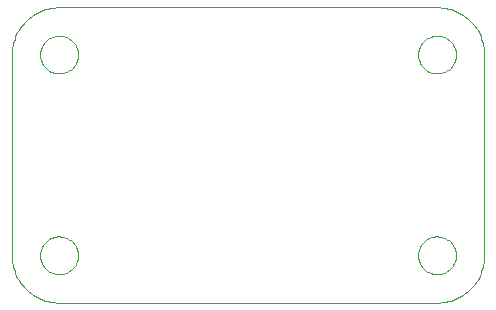
<source format=gm1>
G75*
G70*
%OFA0B0*%
%FSLAX24Y24*%
%IPPOS*%
%LPD*%
%AMOC8*
5,1,8,0,0,1.08239X$1,22.5*
%
%ADD10C,0.0000*%
D10*
X001775Y000200D02*
X014373Y000200D01*
X013743Y001775D02*
X013745Y001825D01*
X013751Y001875D01*
X013761Y001924D01*
X013775Y001972D01*
X013792Y002019D01*
X013813Y002064D01*
X013838Y002108D01*
X013866Y002149D01*
X013898Y002188D01*
X013932Y002225D01*
X013969Y002259D01*
X014009Y002289D01*
X014051Y002316D01*
X014095Y002340D01*
X014141Y002361D01*
X014188Y002377D01*
X014236Y002390D01*
X014286Y002399D01*
X014335Y002404D01*
X014386Y002405D01*
X014436Y002402D01*
X014485Y002395D01*
X014534Y002384D01*
X014582Y002369D01*
X014628Y002351D01*
X014673Y002329D01*
X014716Y002303D01*
X014757Y002274D01*
X014796Y002242D01*
X014832Y002207D01*
X014864Y002169D01*
X014894Y002129D01*
X014921Y002086D01*
X014944Y002042D01*
X014963Y001996D01*
X014979Y001948D01*
X014991Y001899D01*
X014999Y001850D01*
X015003Y001800D01*
X015003Y001750D01*
X014999Y001700D01*
X014991Y001651D01*
X014979Y001602D01*
X014963Y001554D01*
X014944Y001508D01*
X014921Y001464D01*
X014894Y001421D01*
X014864Y001381D01*
X014832Y001343D01*
X014796Y001308D01*
X014757Y001276D01*
X014716Y001247D01*
X014673Y001221D01*
X014628Y001199D01*
X014582Y001181D01*
X014534Y001166D01*
X014485Y001155D01*
X014436Y001148D01*
X014386Y001145D01*
X014335Y001146D01*
X014286Y001151D01*
X014236Y001160D01*
X014188Y001173D01*
X014141Y001189D01*
X014095Y001210D01*
X014051Y001234D01*
X014009Y001261D01*
X013969Y001291D01*
X013932Y001325D01*
X013898Y001362D01*
X013866Y001401D01*
X013838Y001442D01*
X013813Y001486D01*
X013792Y001531D01*
X013775Y001578D01*
X013761Y001626D01*
X013751Y001675D01*
X013745Y001725D01*
X013743Y001775D01*
X014373Y000200D02*
X014450Y000202D01*
X014527Y000208D01*
X014604Y000217D01*
X014680Y000230D01*
X014756Y000247D01*
X014830Y000268D01*
X014904Y000292D01*
X014976Y000320D01*
X015046Y000351D01*
X015115Y000386D01*
X015183Y000424D01*
X015248Y000465D01*
X015311Y000510D01*
X015372Y000558D01*
X015431Y000608D01*
X015487Y000661D01*
X015540Y000717D01*
X015590Y000776D01*
X015638Y000837D01*
X015683Y000900D01*
X015724Y000965D01*
X015762Y001033D01*
X015797Y001102D01*
X015828Y001172D01*
X015856Y001244D01*
X015880Y001318D01*
X015901Y001392D01*
X015918Y001468D01*
X015931Y001544D01*
X015940Y001621D01*
X015946Y001698D01*
X015948Y001775D01*
X015948Y008468D01*
X013743Y008468D02*
X013745Y008518D01*
X013751Y008568D01*
X013761Y008617D01*
X013775Y008665D01*
X013792Y008712D01*
X013813Y008757D01*
X013838Y008801D01*
X013866Y008842D01*
X013898Y008881D01*
X013932Y008918D01*
X013969Y008952D01*
X014009Y008982D01*
X014051Y009009D01*
X014095Y009033D01*
X014141Y009054D01*
X014188Y009070D01*
X014236Y009083D01*
X014286Y009092D01*
X014335Y009097D01*
X014386Y009098D01*
X014436Y009095D01*
X014485Y009088D01*
X014534Y009077D01*
X014582Y009062D01*
X014628Y009044D01*
X014673Y009022D01*
X014716Y008996D01*
X014757Y008967D01*
X014796Y008935D01*
X014832Y008900D01*
X014864Y008862D01*
X014894Y008822D01*
X014921Y008779D01*
X014944Y008735D01*
X014963Y008689D01*
X014979Y008641D01*
X014991Y008592D01*
X014999Y008543D01*
X015003Y008493D01*
X015003Y008443D01*
X014999Y008393D01*
X014991Y008344D01*
X014979Y008295D01*
X014963Y008247D01*
X014944Y008201D01*
X014921Y008157D01*
X014894Y008114D01*
X014864Y008074D01*
X014832Y008036D01*
X014796Y008001D01*
X014757Y007969D01*
X014716Y007940D01*
X014673Y007914D01*
X014628Y007892D01*
X014582Y007874D01*
X014534Y007859D01*
X014485Y007848D01*
X014436Y007841D01*
X014386Y007838D01*
X014335Y007839D01*
X014286Y007844D01*
X014236Y007853D01*
X014188Y007866D01*
X014141Y007882D01*
X014095Y007903D01*
X014051Y007927D01*
X014009Y007954D01*
X013969Y007984D01*
X013932Y008018D01*
X013898Y008055D01*
X013866Y008094D01*
X013838Y008135D01*
X013813Y008179D01*
X013792Y008224D01*
X013775Y008271D01*
X013761Y008319D01*
X013751Y008368D01*
X013745Y008418D01*
X013743Y008468D01*
X014373Y010043D02*
X014450Y010041D01*
X014527Y010035D01*
X014604Y010026D01*
X014680Y010013D01*
X014756Y009996D01*
X014830Y009975D01*
X014904Y009951D01*
X014976Y009923D01*
X015046Y009892D01*
X015115Y009857D01*
X015183Y009819D01*
X015248Y009778D01*
X015311Y009733D01*
X015372Y009685D01*
X015431Y009635D01*
X015487Y009582D01*
X015540Y009526D01*
X015590Y009467D01*
X015638Y009406D01*
X015683Y009343D01*
X015724Y009278D01*
X015762Y009210D01*
X015797Y009141D01*
X015828Y009071D01*
X015856Y008999D01*
X015880Y008925D01*
X015901Y008851D01*
X015918Y008775D01*
X015931Y008699D01*
X015940Y008622D01*
X015946Y008545D01*
X015948Y008468D01*
X014373Y010043D02*
X001775Y010043D01*
X001145Y008468D02*
X001147Y008518D01*
X001153Y008568D01*
X001163Y008617D01*
X001177Y008665D01*
X001194Y008712D01*
X001215Y008757D01*
X001240Y008801D01*
X001268Y008842D01*
X001300Y008881D01*
X001334Y008918D01*
X001371Y008952D01*
X001411Y008982D01*
X001453Y009009D01*
X001497Y009033D01*
X001543Y009054D01*
X001590Y009070D01*
X001638Y009083D01*
X001688Y009092D01*
X001737Y009097D01*
X001788Y009098D01*
X001838Y009095D01*
X001887Y009088D01*
X001936Y009077D01*
X001984Y009062D01*
X002030Y009044D01*
X002075Y009022D01*
X002118Y008996D01*
X002159Y008967D01*
X002198Y008935D01*
X002234Y008900D01*
X002266Y008862D01*
X002296Y008822D01*
X002323Y008779D01*
X002346Y008735D01*
X002365Y008689D01*
X002381Y008641D01*
X002393Y008592D01*
X002401Y008543D01*
X002405Y008493D01*
X002405Y008443D01*
X002401Y008393D01*
X002393Y008344D01*
X002381Y008295D01*
X002365Y008247D01*
X002346Y008201D01*
X002323Y008157D01*
X002296Y008114D01*
X002266Y008074D01*
X002234Y008036D01*
X002198Y008001D01*
X002159Y007969D01*
X002118Y007940D01*
X002075Y007914D01*
X002030Y007892D01*
X001984Y007874D01*
X001936Y007859D01*
X001887Y007848D01*
X001838Y007841D01*
X001788Y007838D01*
X001737Y007839D01*
X001688Y007844D01*
X001638Y007853D01*
X001590Y007866D01*
X001543Y007882D01*
X001497Y007903D01*
X001453Y007927D01*
X001411Y007954D01*
X001371Y007984D01*
X001334Y008018D01*
X001300Y008055D01*
X001268Y008094D01*
X001240Y008135D01*
X001215Y008179D01*
X001194Y008224D01*
X001177Y008271D01*
X001163Y008319D01*
X001153Y008368D01*
X001147Y008418D01*
X001145Y008468D01*
X000200Y008468D02*
X000202Y008545D01*
X000208Y008622D01*
X000217Y008699D01*
X000230Y008775D01*
X000247Y008851D01*
X000268Y008925D01*
X000292Y008999D01*
X000320Y009071D01*
X000351Y009141D01*
X000386Y009210D01*
X000424Y009278D01*
X000465Y009343D01*
X000510Y009406D01*
X000558Y009467D01*
X000608Y009526D01*
X000661Y009582D01*
X000717Y009635D01*
X000776Y009685D01*
X000837Y009733D01*
X000900Y009778D01*
X000965Y009819D01*
X001033Y009857D01*
X001102Y009892D01*
X001172Y009923D01*
X001244Y009951D01*
X001318Y009975D01*
X001392Y009996D01*
X001468Y010013D01*
X001544Y010026D01*
X001621Y010035D01*
X001698Y010041D01*
X001775Y010043D01*
X000200Y008468D02*
X000200Y001775D01*
X001145Y001775D02*
X001147Y001825D01*
X001153Y001875D01*
X001163Y001924D01*
X001177Y001972D01*
X001194Y002019D01*
X001215Y002064D01*
X001240Y002108D01*
X001268Y002149D01*
X001300Y002188D01*
X001334Y002225D01*
X001371Y002259D01*
X001411Y002289D01*
X001453Y002316D01*
X001497Y002340D01*
X001543Y002361D01*
X001590Y002377D01*
X001638Y002390D01*
X001688Y002399D01*
X001737Y002404D01*
X001788Y002405D01*
X001838Y002402D01*
X001887Y002395D01*
X001936Y002384D01*
X001984Y002369D01*
X002030Y002351D01*
X002075Y002329D01*
X002118Y002303D01*
X002159Y002274D01*
X002198Y002242D01*
X002234Y002207D01*
X002266Y002169D01*
X002296Y002129D01*
X002323Y002086D01*
X002346Y002042D01*
X002365Y001996D01*
X002381Y001948D01*
X002393Y001899D01*
X002401Y001850D01*
X002405Y001800D01*
X002405Y001750D01*
X002401Y001700D01*
X002393Y001651D01*
X002381Y001602D01*
X002365Y001554D01*
X002346Y001508D01*
X002323Y001464D01*
X002296Y001421D01*
X002266Y001381D01*
X002234Y001343D01*
X002198Y001308D01*
X002159Y001276D01*
X002118Y001247D01*
X002075Y001221D01*
X002030Y001199D01*
X001984Y001181D01*
X001936Y001166D01*
X001887Y001155D01*
X001838Y001148D01*
X001788Y001145D01*
X001737Y001146D01*
X001688Y001151D01*
X001638Y001160D01*
X001590Y001173D01*
X001543Y001189D01*
X001497Y001210D01*
X001453Y001234D01*
X001411Y001261D01*
X001371Y001291D01*
X001334Y001325D01*
X001300Y001362D01*
X001268Y001401D01*
X001240Y001442D01*
X001215Y001486D01*
X001194Y001531D01*
X001177Y001578D01*
X001163Y001626D01*
X001153Y001675D01*
X001147Y001725D01*
X001145Y001775D01*
X000200Y001775D02*
X000202Y001698D01*
X000208Y001621D01*
X000217Y001544D01*
X000230Y001468D01*
X000247Y001392D01*
X000268Y001318D01*
X000292Y001244D01*
X000320Y001172D01*
X000351Y001102D01*
X000386Y001033D01*
X000424Y000965D01*
X000465Y000900D01*
X000510Y000837D01*
X000558Y000776D01*
X000608Y000717D01*
X000661Y000661D01*
X000717Y000608D01*
X000776Y000558D01*
X000837Y000510D01*
X000900Y000465D01*
X000965Y000424D01*
X001033Y000386D01*
X001102Y000351D01*
X001172Y000320D01*
X001244Y000292D01*
X001318Y000268D01*
X001392Y000247D01*
X001468Y000230D01*
X001544Y000217D01*
X001621Y000208D01*
X001698Y000202D01*
X001775Y000200D01*
M02*

</source>
